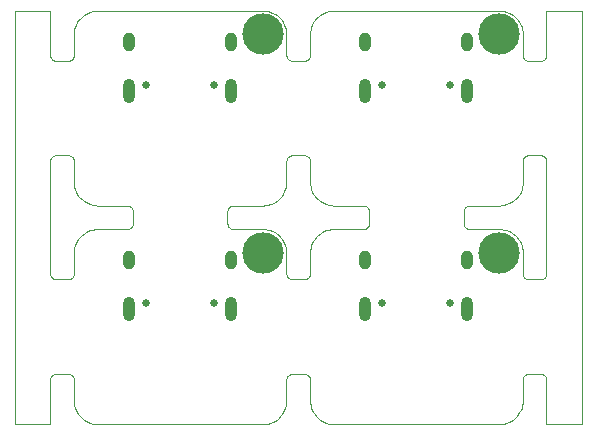
<source format=gbr>
G04 #@! TF.GenerationSoftware,KiCad,Pcbnew,5.1.5+dfsg1-2build2*
G04 #@! TF.CreationDate,2021-03-06T11:28:30+01:00*
G04 #@! TF.ProjectId,sDB_panel,7344425f-7061-46e6-956c-2e6b69636164,rev?*
G04 #@! TF.SameCoordinates,Original*
G04 #@! TF.FileFunction,Soldermask,Bot*
G04 #@! TF.FilePolarity,Negative*
%FSLAX46Y46*%
G04 Gerber Fmt 4.6, Leading zero omitted, Abs format (unit mm)*
G04 Created by KiCad (PCBNEW 5.1.5+dfsg1-2build2) date 2021-03-06 11:28:30*
%MOMM*%
%LPD*%
G04 APERTURE LIST*
G04 #@! TA.AperFunction,Profile*
%ADD10C,0.100000*%
G04 #@! TD*
%ADD11O,1.000000X1.600000*%
%ADD12C,0.650000*%
%ADD13O,1.000000X2.100000*%
%ADD14C,3.500000*%
G04 APERTURE END LIST*
D10*
X47999000Y-72258800D02*
X47999000Y-62741200D01*
X48001400Y-72307000D02*
X47999000Y-72258800D01*
X48008400Y-72354600D02*
X48001400Y-72307000D01*
X48020100Y-72401200D02*
X48008400Y-72354600D01*
X48036300Y-72446500D02*
X48020100Y-72401200D01*
X48056900Y-72490000D02*
X48036300Y-72446500D01*
X48081600Y-72531200D02*
X48056900Y-72490000D01*
X48110200Y-72569900D02*
X48081600Y-72531200D01*
X48142500Y-72605500D02*
X48110200Y-72569900D01*
X48178200Y-72637800D02*
X48142500Y-72605500D01*
X48216800Y-72666400D02*
X48178200Y-72637800D01*
X48258000Y-72691100D02*
X48216800Y-72666400D01*
X48301500Y-72711700D02*
X48258000Y-72691100D01*
X48346800Y-72727900D02*
X48301500Y-72711700D01*
X48393400Y-72739600D02*
X48346800Y-72727900D01*
X48441000Y-72746600D02*
X48393400Y-72739600D01*
X48489200Y-72749000D02*
X48441000Y-72746600D01*
X49508800Y-72749000D02*
X48489200Y-72749000D01*
X49557000Y-72746600D02*
X49508800Y-72749000D01*
X49604600Y-72739600D02*
X49557000Y-72746600D01*
X49651200Y-72727900D02*
X49604600Y-72739600D01*
X49696500Y-72711700D02*
X49651200Y-72727900D01*
X49740000Y-72691100D02*
X49696500Y-72711700D01*
X49781200Y-72666400D02*
X49740000Y-72691100D01*
X49819800Y-72637800D02*
X49781200Y-72666400D01*
X49855500Y-72605500D02*
X49819800Y-72637800D01*
X49887800Y-72569900D02*
X49855500Y-72605500D01*
X49916400Y-72531200D02*
X49887800Y-72569900D01*
X49941100Y-72490000D02*
X49916400Y-72531200D01*
X49961700Y-72446500D02*
X49941100Y-72490000D01*
X49977900Y-72401200D02*
X49961700Y-72446500D01*
X49989600Y-72354600D02*
X49977900Y-72401200D01*
X49996600Y-72307000D02*
X49989600Y-72354600D01*
X49999000Y-72258800D02*
X49996600Y-72307000D01*
X49999000Y-70499800D02*
X49999000Y-72258800D01*
X50010100Y-70291100D02*
X49999000Y-70499800D01*
X50041700Y-70090500D02*
X50010100Y-70291100D01*
X50097000Y-69881900D02*
X50041700Y-70090500D01*
X50175000Y-69680300D02*
X50097000Y-69881900D01*
X50267100Y-69499800D02*
X50175000Y-69680300D01*
X50377500Y-69329400D02*
X50267100Y-69499800D01*
X50513300Y-69161000D02*
X50377500Y-69329400D01*
X50661000Y-69013300D02*
X50513300Y-69161000D01*
X50818700Y-68885300D02*
X50661000Y-69013300D01*
X50999800Y-68767100D02*
X50818700Y-68885300D01*
X51186000Y-68672300D02*
X50999800Y-68767100D01*
X51375500Y-68599300D02*
X51186000Y-68672300D01*
X51590500Y-68541700D02*
X51375500Y-68599300D01*
X51791100Y-68510100D02*
X51590500Y-68541700D01*
X52000100Y-68499000D02*
X51791100Y-68510100D01*
X54508800Y-68499000D02*
X52000100Y-68499000D01*
X54557000Y-68496600D02*
X54508800Y-68499000D01*
X54604600Y-68489600D02*
X54557000Y-68496600D01*
X54651200Y-68477900D02*
X54604600Y-68489600D01*
X54696500Y-68461700D02*
X54651200Y-68477900D01*
X54740000Y-68441100D02*
X54696500Y-68461700D01*
X54781200Y-68416400D02*
X54740000Y-68441100D01*
X54819800Y-68387800D02*
X54781200Y-68416400D01*
X54855500Y-68355500D02*
X54819800Y-68387800D01*
X54887800Y-68319800D02*
X54855500Y-68355500D01*
X54916400Y-68281200D02*
X54887800Y-68319800D01*
X54941100Y-68240000D02*
X54916400Y-68281200D01*
X54961700Y-68196500D02*
X54941100Y-68240000D01*
X54977900Y-68151200D02*
X54961700Y-68196500D01*
X54989600Y-68104600D02*
X54977900Y-68151200D01*
X54996600Y-68057000D02*
X54989600Y-68104600D01*
X54999000Y-68008800D02*
X54996600Y-68057000D01*
X54999000Y-66991200D02*
X54999000Y-68008800D01*
X54996600Y-66943000D02*
X54999000Y-66991200D01*
X54989600Y-66895400D02*
X54996600Y-66943000D01*
X54977900Y-66848800D02*
X54989600Y-66895400D01*
X54961700Y-66803500D02*
X54977900Y-66848800D01*
X54941100Y-66760000D02*
X54961700Y-66803500D01*
X54916400Y-66718800D02*
X54941100Y-66760000D01*
X54887800Y-66680200D02*
X54916400Y-66718800D01*
X54855500Y-66644500D02*
X54887800Y-66680200D01*
X54819800Y-66612200D02*
X54855500Y-66644500D01*
X54781200Y-66583600D02*
X54819800Y-66612200D01*
X54740000Y-66558900D02*
X54781200Y-66583600D01*
X54696500Y-66538300D02*
X54740000Y-66558900D01*
X54651200Y-66522100D02*
X54696500Y-66538300D01*
X54604600Y-66510400D02*
X54651200Y-66522100D01*
X54557000Y-66503400D02*
X54604600Y-66510400D01*
X54508800Y-66501000D02*
X54557000Y-66503400D01*
X52003200Y-66501000D02*
X54508800Y-66501000D01*
X51797200Y-66490400D02*
X52003200Y-66501000D01*
X51584200Y-66457200D02*
X51797200Y-66490400D01*
X51381900Y-66403000D02*
X51584200Y-66457200D01*
X51186400Y-66327900D02*
X51381900Y-66403000D01*
X50999300Y-66232600D02*
X51186400Y-66327900D01*
X50824100Y-66118800D02*
X50999300Y-66232600D01*
X50661400Y-65987100D02*
X50824100Y-66118800D01*
X50513300Y-65839000D02*
X50661400Y-65987100D01*
X50385300Y-65681300D02*
X50513300Y-65839000D01*
X50264100Y-65494600D02*
X50385300Y-65681300D01*
X50172000Y-65313500D02*
X50264100Y-65494600D01*
X50095300Y-65112200D02*
X50172000Y-65313500D01*
X50042900Y-64916200D02*
X50095300Y-65112200D01*
X50011000Y-64715700D02*
X50042900Y-64916200D01*
X49999200Y-64503200D02*
X50011000Y-64715700D01*
X49999000Y-62741200D02*
X49999200Y-64503200D01*
X49996600Y-62693000D02*
X49999000Y-62741200D01*
X49989600Y-62645400D02*
X49996600Y-62693000D01*
X49977900Y-62598800D02*
X49989600Y-62645400D01*
X49961700Y-62553500D02*
X49977900Y-62598800D01*
X49941100Y-62510000D02*
X49961700Y-62553500D01*
X49916400Y-62468800D02*
X49941100Y-62510000D01*
X49887800Y-62430200D02*
X49916400Y-62468800D01*
X49855500Y-62394500D02*
X49887800Y-62430200D01*
X49819800Y-62362200D02*
X49855500Y-62394500D01*
X49781200Y-62333600D02*
X49819800Y-62362200D01*
X49740000Y-62308900D02*
X49781200Y-62333600D01*
X49696500Y-62288300D02*
X49740000Y-62308900D01*
X49651200Y-62272100D02*
X49696500Y-62288300D01*
X49604600Y-62260400D02*
X49651200Y-62272100D01*
X49557000Y-62253400D02*
X49604600Y-62260400D01*
X49508800Y-62251000D02*
X49557000Y-62253400D01*
X48489200Y-62251000D02*
X49508800Y-62251000D01*
X48441000Y-62253400D02*
X48489200Y-62251000D01*
X48393400Y-62260400D02*
X48441000Y-62253400D01*
X48346800Y-62272100D02*
X48393400Y-62260400D01*
X48301500Y-62288300D02*
X48346800Y-62272100D01*
X48258000Y-62308900D02*
X48301500Y-62288300D01*
X48216800Y-62333600D02*
X48258000Y-62308900D01*
X48178200Y-62362200D02*
X48216800Y-62333600D01*
X48142500Y-62394500D02*
X48178200Y-62362200D01*
X48110200Y-62430200D02*
X48142500Y-62394500D01*
X48081600Y-62468800D02*
X48110200Y-62430200D01*
X48056900Y-62510000D02*
X48081600Y-62468800D01*
X48036300Y-62553500D02*
X48056900Y-62510000D01*
X48020100Y-62598800D02*
X48036300Y-62553500D01*
X48008400Y-62645400D02*
X48020100Y-62598800D01*
X48001400Y-62693000D02*
X48008400Y-62645400D01*
X47999000Y-62741200D02*
X48001400Y-62693000D01*
X65996700Y-68499000D02*
X63491200Y-68499000D01*
X66208900Y-68510100D02*
X65996700Y-68499000D01*
X66416300Y-68543000D02*
X66208900Y-68510100D01*
X66624500Y-68599300D02*
X66416300Y-68543000D01*
X66813600Y-68672100D02*
X66624500Y-68599300D01*
X66994600Y-68764100D02*
X66813600Y-68672100D01*
X67175900Y-68881200D02*
X66994600Y-68764100D01*
X67338600Y-69013000D02*
X67175900Y-68881200D01*
X67482400Y-69156400D02*
X67338600Y-69013000D01*
X67622400Y-69329400D02*
X67482400Y-69156400D01*
X67732900Y-69499800D02*
X67622400Y-69329400D01*
X67827700Y-69686000D02*
X67732900Y-69499800D01*
X67902800Y-69881500D02*
X67827700Y-69686000D01*
X67955600Y-70077800D02*
X67902800Y-69881500D01*
X67989800Y-70290600D02*
X67955600Y-70077800D01*
X68001000Y-70500100D02*
X67989800Y-70290600D01*
X68001000Y-72258800D02*
X68001000Y-70500100D01*
X68003400Y-72307000D02*
X68001000Y-72258800D01*
X68010400Y-72354600D02*
X68003400Y-72307000D01*
X68022100Y-72401200D02*
X68010400Y-72354600D01*
X68038300Y-72446500D02*
X68022100Y-72401200D01*
X68058900Y-72490000D02*
X68038300Y-72446500D01*
X68083600Y-72531200D02*
X68058900Y-72490000D01*
X68112200Y-72569900D02*
X68083600Y-72531200D01*
X68144500Y-72605500D02*
X68112200Y-72569900D01*
X68180200Y-72637800D02*
X68144500Y-72605500D01*
X68218800Y-72666400D02*
X68180200Y-72637800D01*
X68260000Y-72691100D02*
X68218800Y-72666400D01*
X68303500Y-72711700D02*
X68260000Y-72691100D01*
X68348800Y-72727900D02*
X68303500Y-72711700D01*
X68395400Y-72739600D02*
X68348800Y-72727900D01*
X68443000Y-72746600D02*
X68395400Y-72739600D01*
X68491200Y-72749000D02*
X68443000Y-72746600D01*
X69508800Y-72749000D02*
X68491200Y-72749000D01*
X69557000Y-72746600D02*
X69508800Y-72749000D01*
X69604600Y-72739600D02*
X69557000Y-72746600D01*
X69651200Y-72727900D02*
X69604600Y-72739600D01*
X69696500Y-72711700D02*
X69651200Y-72727900D01*
X69740000Y-72691100D02*
X69696500Y-72711700D01*
X69781200Y-72666400D02*
X69740000Y-72691100D01*
X69819900Y-72637800D02*
X69781200Y-72666400D01*
X69855500Y-72605500D02*
X69819900Y-72637800D01*
X69887800Y-72569900D02*
X69855500Y-72605500D01*
X69916400Y-72531200D02*
X69887800Y-72569900D01*
X69941100Y-72490000D02*
X69916400Y-72531200D01*
X69961700Y-72446500D02*
X69941100Y-72490000D01*
X69977900Y-72401200D02*
X69961700Y-72446500D01*
X69989600Y-72354600D02*
X69977900Y-72401200D01*
X69996600Y-72307000D02*
X69989600Y-72354600D01*
X69999000Y-72258800D02*
X69996600Y-72307000D01*
X69999100Y-70499800D02*
X69999000Y-72258800D01*
X70010100Y-70291100D02*
X69999100Y-70499800D01*
X70041700Y-70090500D02*
X70010100Y-70291100D01*
X70097000Y-69881900D02*
X70041700Y-70090500D01*
X70175000Y-69680300D02*
X70097000Y-69881900D01*
X70267100Y-69499800D02*
X70175000Y-69680300D01*
X70377600Y-69329400D02*
X70267100Y-69499800D01*
X70513300Y-69161000D02*
X70377600Y-69329400D01*
X70661000Y-69013300D02*
X70513300Y-69161000D01*
X70818700Y-68885300D02*
X70661000Y-69013300D01*
X70999800Y-68767100D02*
X70818700Y-68885300D01*
X71186000Y-68672300D02*
X70999800Y-68767100D01*
X71375500Y-68599300D02*
X71186000Y-68672300D01*
X71590500Y-68541700D02*
X71375500Y-68599300D01*
X71791200Y-68510100D02*
X71590500Y-68541700D01*
X72000100Y-68499000D02*
X71791200Y-68510100D01*
X74508800Y-68499000D02*
X72000100Y-68499000D01*
X74557000Y-68496600D02*
X74508800Y-68499000D01*
X74604600Y-68489600D02*
X74557000Y-68496600D01*
X74651200Y-68477900D02*
X74604600Y-68489600D01*
X74696500Y-68461700D02*
X74651200Y-68477900D01*
X74740000Y-68441100D02*
X74696500Y-68461700D01*
X74781200Y-68416400D02*
X74740000Y-68441100D01*
X74819900Y-68387800D02*
X74781200Y-68416400D01*
X74855500Y-68355500D02*
X74819900Y-68387800D01*
X74887800Y-68319800D02*
X74855500Y-68355500D01*
X74916400Y-68281200D02*
X74887800Y-68319800D01*
X74941100Y-68240000D02*
X74916400Y-68281200D01*
X74961700Y-68196500D02*
X74941100Y-68240000D01*
X74977900Y-68151200D02*
X74961700Y-68196500D01*
X74989600Y-68104600D02*
X74977900Y-68151200D01*
X74996600Y-68057000D02*
X74989600Y-68104600D01*
X74999000Y-68008800D02*
X74996600Y-68057000D01*
X74999000Y-66991200D02*
X74999000Y-68008800D01*
X74996600Y-66943000D02*
X74999000Y-66991200D01*
X74989600Y-66895400D02*
X74996600Y-66943000D01*
X74977900Y-66848800D02*
X74989600Y-66895400D01*
X74961700Y-66803500D02*
X74977900Y-66848800D01*
X74941100Y-66760000D02*
X74961700Y-66803500D01*
X74916400Y-66718800D02*
X74941100Y-66760000D01*
X74887800Y-66680200D02*
X74916400Y-66718800D01*
X74855500Y-66644500D02*
X74887800Y-66680200D01*
X74819900Y-66612200D02*
X74855500Y-66644500D01*
X74781200Y-66583600D02*
X74819900Y-66612200D01*
X74740000Y-66558900D02*
X74781200Y-66583600D01*
X74696500Y-66538300D02*
X74740000Y-66558900D01*
X74651200Y-66522100D02*
X74696500Y-66538300D01*
X74604600Y-66510400D02*
X74651200Y-66522100D01*
X74557000Y-66503400D02*
X74604600Y-66510400D01*
X74508800Y-66501000D02*
X74557000Y-66503400D01*
X72003200Y-66501000D02*
X74508800Y-66501000D01*
X71791100Y-66489900D02*
X72003200Y-66501000D01*
X71583700Y-66457000D02*
X71791100Y-66489900D01*
X71375500Y-66400700D02*
X71583700Y-66457000D01*
X71186400Y-66327900D02*
X71375500Y-66400700D01*
X71005400Y-66235900D02*
X71186400Y-66327900D01*
X70824100Y-66118800D02*
X71005400Y-66235900D01*
X70661400Y-65987100D02*
X70824100Y-66118800D01*
X70517700Y-65843600D02*
X70661400Y-65987100D01*
X70377600Y-65670600D02*
X70517700Y-65843600D01*
X70267100Y-65500200D02*
X70377600Y-65670600D01*
X70172300Y-65314000D02*
X70267100Y-65500200D01*
X70097200Y-65118500D02*
X70172300Y-65314000D01*
X70044400Y-64922200D02*
X70097200Y-65118500D01*
X70010200Y-64709400D02*
X70044400Y-64922200D01*
X69999000Y-64499900D02*
X70010200Y-64709400D01*
X69999000Y-62741200D02*
X69999000Y-64499900D01*
X69996600Y-62693000D02*
X69999000Y-62741200D01*
X69989600Y-62645400D02*
X69996600Y-62693000D01*
X69977900Y-62598800D02*
X69989600Y-62645400D01*
X69961700Y-62553500D02*
X69977900Y-62598800D01*
X69941100Y-62510000D02*
X69961700Y-62553500D01*
X69916400Y-62468800D02*
X69941100Y-62510000D01*
X69887800Y-62430200D02*
X69916400Y-62468800D01*
X69855500Y-62394500D02*
X69887800Y-62430200D01*
X69819800Y-62362200D02*
X69855500Y-62394500D01*
X69781200Y-62333600D02*
X69819800Y-62362200D01*
X69740000Y-62308900D02*
X69781200Y-62333600D01*
X69696500Y-62288300D02*
X69740000Y-62308900D01*
X69651200Y-62272100D02*
X69696500Y-62288300D01*
X69604600Y-62260400D02*
X69651200Y-62272100D01*
X69557000Y-62253400D02*
X69604600Y-62260400D01*
X69508800Y-62251000D02*
X69557000Y-62253400D01*
X68491200Y-62251000D02*
X69508800Y-62251000D01*
X68443000Y-62253400D02*
X68491200Y-62251000D01*
X68395400Y-62260400D02*
X68443000Y-62253400D01*
X68348800Y-62272100D02*
X68395400Y-62260400D01*
X68303500Y-62288300D02*
X68348800Y-62272100D01*
X68260000Y-62308900D02*
X68303500Y-62288300D01*
X68218800Y-62333600D02*
X68260000Y-62308900D01*
X68180200Y-62362200D02*
X68218800Y-62333600D01*
X68144500Y-62394500D02*
X68180200Y-62362200D01*
X68112200Y-62430200D02*
X68144500Y-62394500D01*
X68083600Y-62468800D02*
X68112200Y-62430200D01*
X68058900Y-62510000D02*
X68083600Y-62468800D01*
X68038300Y-62553500D02*
X68058900Y-62510000D01*
X68022100Y-62598800D02*
X68038300Y-62553500D01*
X68010400Y-62645400D02*
X68022100Y-62598800D01*
X68003400Y-62693000D02*
X68010400Y-62645400D01*
X68001000Y-62741200D02*
X68003400Y-62693000D01*
X68001000Y-64496800D02*
X68001000Y-62741200D01*
X67989800Y-64709400D02*
X68001000Y-64496800D01*
X67955600Y-64922400D02*
X67989800Y-64709400D01*
X67903000Y-65118100D02*
X67955600Y-64922400D01*
X67830400Y-65307700D02*
X67903000Y-65118100D01*
X67732900Y-65500200D02*
X67830400Y-65307700D01*
X67614700Y-65681300D02*
X67732900Y-65500200D01*
X67486700Y-65839000D02*
X67614700Y-65681300D01*
X67339000Y-65986700D02*
X67486700Y-65839000D01*
X67176200Y-66118600D02*
X67339000Y-65986700D01*
X67006100Y-66229300D02*
X67176200Y-66118600D01*
X66807700Y-66330400D02*
X67006100Y-66229300D01*
X66618000Y-66403000D02*
X66807700Y-66330400D01*
X66415700Y-66457200D02*
X66618000Y-66403000D01*
X66209400Y-66489800D02*
X66415700Y-66457200D01*
X65999900Y-66501000D02*
X66209400Y-66489800D01*
X63491200Y-66501000D02*
X65999900Y-66501000D01*
X63443000Y-66503400D02*
X63491200Y-66501000D01*
X63395400Y-66510400D02*
X63443000Y-66503400D01*
X63348800Y-66522100D02*
X63395400Y-66510400D01*
X63303500Y-66538300D02*
X63348800Y-66522100D01*
X63260000Y-66558900D02*
X63303500Y-66538300D01*
X63218800Y-66583600D02*
X63260000Y-66558900D01*
X63180200Y-66612200D02*
X63218800Y-66583600D01*
X63144500Y-66644500D02*
X63180200Y-66612200D01*
X63112200Y-66680200D02*
X63144500Y-66644500D01*
X63083600Y-66718800D02*
X63112200Y-66680200D01*
X63058900Y-66760000D02*
X63083600Y-66718800D01*
X63038300Y-66803500D02*
X63058900Y-66760000D01*
X63022100Y-66848800D02*
X63038300Y-66803500D01*
X63010400Y-66895400D02*
X63022100Y-66848800D01*
X63003400Y-66943000D02*
X63010400Y-66895400D01*
X63001000Y-66991200D02*
X63003400Y-66943000D01*
X63001000Y-68008800D02*
X63001000Y-66991200D01*
X63003400Y-68057000D02*
X63001000Y-68008800D01*
X63010400Y-68104600D02*
X63003400Y-68057000D01*
X63022100Y-68151200D02*
X63010400Y-68104600D01*
X63038300Y-68196500D02*
X63022100Y-68151200D01*
X63058900Y-68240000D02*
X63038300Y-68196500D01*
X63083600Y-68281200D02*
X63058900Y-68240000D01*
X63112200Y-68319900D02*
X63083600Y-68281200D01*
X63144500Y-68355500D02*
X63112200Y-68319900D01*
X63180200Y-68387800D02*
X63144500Y-68355500D01*
X63218800Y-68416400D02*
X63180200Y-68387800D01*
X63260000Y-68441100D02*
X63218800Y-68416400D01*
X63303500Y-68461700D02*
X63260000Y-68441100D01*
X63348800Y-68477900D02*
X63303500Y-68461700D01*
X63395400Y-68489600D02*
X63348800Y-68477900D01*
X63443000Y-68496600D02*
X63395400Y-68489600D01*
X63491200Y-68499000D02*
X63443000Y-68496600D01*
X90000000Y-62741200D02*
X90000000Y-72258800D01*
X89997600Y-62693000D02*
X90000000Y-62741200D01*
X89990600Y-62645400D02*
X89997600Y-62693000D01*
X89978900Y-62598800D02*
X89990600Y-62645400D01*
X89962700Y-62553500D02*
X89978900Y-62598800D01*
X89942100Y-62510000D02*
X89962700Y-62553500D01*
X89917400Y-62468800D02*
X89942100Y-62510000D01*
X89888800Y-62430200D02*
X89917400Y-62468800D01*
X89856500Y-62394500D02*
X89888800Y-62430200D01*
X89820900Y-62362200D02*
X89856500Y-62394500D01*
X89782200Y-62333600D02*
X89820900Y-62362200D01*
X89741000Y-62308900D02*
X89782200Y-62333600D01*
X89697500Y-62288300D02*
X89741000Y-62308900D01*
X89652300Y-62272100D02*
X89697500Y-62288300D01*
X89605600Y-62260400D02*
X89652300Y-62272100D01*
X89558000Y-62253400D02*
X89605600Y-62260400D01*
X89509800Y-62251000D02*
X89558000Y-62253400D01*
X88491300Y-62251000D02*
X89509800Y-62251000D01*
X88443000Y-62253400D02*
X88491300Y-62251000D01*
X88395400Y-62260400D02*
X88443000Y-62253400D01*
X88348800Y-62272100D02*
X88395400Y-62260400D01*
X88303500Y-62288300D02*
X88348800Y-62272100D01*
X88260000Y-62308900D02*
X88303500Y-62288300D01*
X88218800Y-62333600D02*
X88260000Y-62308900D01*
X88180200Y-62362200D02*
X88218800Y-62333600D01*
X88144500Y-62394500D02*
X88180200Y-62362200D01*
X88112200Y-62430200D02*
X88144500Y-62394500D01*
X88083600Y-62468800D02*
X88112200Y-62430200D01*
X88058900Y-62510000D02*
X88083600Y-62468800D01*
X88038300Y-62553500D02*
X88058900Y-62510000D01*
X88022100Y-62598800D02*
X88038300Y-62553500D01*
X88010400Y-62645400D02*
X88022100Y-62598800D01*
X88003400Y-62693000D02*
X88010400Y-62645400D01*
X88001000Y-62741200D02*
X88003400Y-62693000D01*
X88001000Y-64500200D02*
X88001000Y-62741200D01*
X87989900Y-64708900D02*
X88001000Y-64500200D01*
X87958300Y-64909500D02*
X87989900Y-64708900D01*
X87903000Y-65118100D02*
X87958300Y-64909500D01*
X87825000Y-65319800D02*
X87903000Y-65118100D01*
X87732900Y-65500200D02*
X87825000Y-65319800D01*
X87622500Y-65670600D02*
X87732900Y-65500200D01*
X87486700Y-65839000D02*
X87622500Y-65670600D01*
X87339000Y-65986700D02*
X87486700Y-65839000D01*
X87181300Y-66114700D02*
X87339000Y-65986700D01*
X87000200Y-66232900D02*
X87181300Y-66114700D01*
X86814000Y-66327700D02*
X87000200Y-66232900D01*
X86624500Y-66400700D02*
X86814000Y-66327700D01*
X86409500Y-66458300D02*
X86624500Y-66400700D01*
X86208900Y-66489900D02*
X86409500Y-66458300D01*
X85999900Y-66501000D02*
X86208900Y-66489900D01*
X83491300Y-66501000D02*
X85999900Y-66501000D01*
X83443000Y-66503400D02*
X83491300Y-66501000D01*
X83395400Y-66510400D02*
X83443000Y-66503400D01*
X83348800Y-66522100D02*
X83395400Y-66510400D01*
X83303500Y-66538300D02*
X83348800Y-66522100D01*
X83260000Y-66558900D02*
X83303500Y-66538300D01*
X83218800Y-66583600D02*
X83260000Y-66558900D01*
X83180200Y-66612200D02*
X83218800Y-66583600D01*
X83144500Y-66644500D02*
X83180200Y-66612200D01*
X83112200Y-66680200D02*
X83144500Y-66644500D01*
X83083600Y-66718800D02*
X83112200Y-66680200D01*
X83058900Y-66760000D02*
X83083600Y-66718800D01*
X83038300Y-66803500D02*
X83058900Y-66760000D01*
X83022100Y-66848800D02*
X83038300Y-66803500D01*
X83010400Y-66895400D02*
X83022100Y-66848800D01*
X83003400Y-66943000D02*
X83010400Y-66895400D01*
X83001000Y-66991200D02*
X83003400Y-66943000D01*
X83001000Y-68008800D02*
X83001000Y-66991200D01*
X83003400Y-68057000D02*
X83001000Y-68008800D01*
X83010400Y-68104600D02*
X83003400Y-68057000D01*
X83022100Y-68151200D02*
X83010400Y-68104600D01*
X83038300Y-68196500D02*
X83022100Y-68151200D01*
X83058900Y-68240000D02*
X83038300Y-68196500D01*
X83083600Y-68281200D02*
X83058900Y-68240000D01*
X83112200Y-68319900D02*
X83083600Y-68281200D01*
X83144500Y-68355500D02*
X83112200Y-68319900D01*
X83180200Y-68387800D02*
X83144500Y-68355500D01*
X83218800Y-68416400D02*
X83180200Y-68387800D01*
X83260000Y-68441100D02*
X83218800Y-68416400D01*
X83303500Y-68461700D02*
X83260000Y-68441100D01*
X83348800Y-68477900D02*
X83303500Y-68461700D01*
X83395400Y-68489600D02*
X83348800Y-68477900D01*
X83443000Y-68496600D02*
X83395400Y-68489600D01*
X83491300Y-68499000D02*
X83443000Y-68496600D01*
X85996900Y-68499000D02*
X83491300Y-68499000D01*
X86202800Y-68509600D02*
X85996900Y-68499000D01*
X86415800Y-68542900D02*
X86202800Y-68509600D01*
X86618100Y-68597000D02*
X86415800Y-68542900D01*
X86813600Y-68672100D02*
X86618100Y-68597000D01*
X87000700Y-68767400D02*
X86813600Y-68672100D01*
X87175900Y-68881200D02*
X87000700Y-68767400D01*
X87338600Y-69013000D02*
X87175900Y-68881200D01*
X87486800Y-69161000D02*
X87338600Y-69013000D01*
X87614700Y-69318700D02*
X87486800Y-69161000D01*
X87735900Y-69505400D02*
X87614700Y-69318700D01*
X87828000Y-69686500D02*
X87735900Y-69505400D01*
X87904700Y-69887800D02*
X87828000Y-69686500D01*
X87957100Y-70083800D02*
X87904700Y-69887800D01*
X87989000Y-70284300D02*
X87957100Y-70083800D01*
X88000800Y-70496800D02*
X87989000Y-70284300D01*
X88001000Y-72258800D02*
X88000800Y-70496800D01*
X88003400Y-72307000D02*
X88001000Y-72258800D01*
X88010400Y-72354600D02*
X88003400Y-72307000D01*
X88022100Y-72401200D02*
X88010400Y-72354600D01*
X88038300Y-72446500D02*
X88022100Y-72401200D01*
X88058900Y-72490000D02*
X88038300Y-72446500D01*
X88083600Y-72531200D02*
X88058900Y-72490000D01*
X88112200Y-72569900D02*
X88083600Y-72531200D01*
X88144500Y-72605500D02*
X88112200Y-72569900D01*
X88180200Y-72637800D02*
X88144500Y-72605500D01*
X88218800Y-72666400D02*
X88180200Y-72637800D01*
X88260000Y-72691100D02*
X88218800Y-72666400D01*
X88303500Y-72711700D02*
X88260000Y-72691100D01*
X88348800Y-72727900D02*
X88303500Y-72711700D01*
X88395400Y-72739600D02*
X88348800Y-72727900D01*
X88443000Y-72746600D02*
X88395400Y-72739600D01*
X88491200Y-72749000D02*
X88443000Y-72746600D01*
X89509800Y-72749000D02*
X88491200Y-72749000D01*
X89558000Y-72746600D02*
X89509800Y-72749000D01*
X89605600Y-72739600D02*
X89558000Y-72746600D01*
X89652300Y-72727900D02*
X89605600Y-72739600D01*
X89697500Y-72711700D02*
X89652300Y-72727900D01*
X89741000Y-72691100D02*
X89697500Y-72711700D01*
X89782200Y-72666400D02*
X89741000Y-72691100D01*
X89820900Y-72637800D02*
X89782200Y-72666400D01*
X89856500Y-72605500D02*
X89820900Y-72637800D01*
X89888800Y-72569900D02*
X89856500Y-72605500D01*
X89917400Y-72531200D02*
X89888800Y-72569900D01*
X89942100Y-72490000D02*
X89917400Y-72531200D01*
X89962700Y-72446500D02*
X89942100Y-72490000D01*
X89978900Y-72401200D02*
X89962700Y-72446500D01*
X89990600Y-72354600D02*
X89978900Y-72401200D01*
X89997600Y-72307000D02*
X89990600Y-72354600D01*
X90000000Y-72258800D02*
X89997600Y-72307000D01*
X47986700Y-49999000D02*
X45009600Y-49999100D01*
X47992300Y-49999700D02*
X47986700Y-49999000D01*
X47996900Y-50003100D02*
X47992300Y-49999700D01*
X47999000Y-50011300D02*
X47996900Y-50003100D01*
X47999000Y-53758800D02*
X47999000Y-50011300D01*
X48001400Y-53807000D02*
X47999000Y-53758800D01*
X48008400Y-53854600D02*
X48001400Y-53807000D01*
X48020100Y-53901200D02*
X48008400Y-53854600D01*
X48036300Y-53946500D02*
X48020100Y-53901200D01*
X48056900Y-53990000D02*
X48036300Y-53946500D01*
X48081600Y-54031200D02*
X48056900Y-53990000D01*
X48110200Y-54069800D02*
X48081600Y-54031200D01*
X48142500Y-54105500D02*
X48110200Y-54069800D01*
X48178200Y-54137800D02*
X48142500Y-54105500D01*
X48216800Y-54166400D02*
X48178200Y-54137800D01*
X48258000Y-54191100D02*
X48216800Y-54166400D01*
X48301500Y-54211700D02*
X48258000Y-54191100D01*
X48346800Y-54227900D02*
X48301500Y-54211700D01*
X48393400Y-54239600D02*
X48346800Y-54227900D01*
X48441000Y-54246600D02*
X48393400Y-54239600D01*
X48489200Y-54249000D02*
X48441000Y-54246600D01*
X49508800Y-54249000D02*
X48489200Y-54249000D01*
X49557000Y-54246600D02*
X49508800Y-54249000D01*
X49604600Y-54239600D02*
X49557000Y-54246600D01*
X49651200Y-54227900D02*
X49604600Y-54239600D01*
X49696500Y-54211700D02*
X49651200Y-54227900D01*
X49740000Y-54191100D02*
X49696500Y-54211700D01*
X49781200Y-54166400D02*
X49740000Y-54191100D01*
X49819800Y-54137800D02*
X49781200Y-54166400D01*
X49855500Y-54105500D02*
X49819800Y-54137800D01*
X49887800Y-54069800D02*
X49855500Y-54105500D01*
X49916400Y-54031200D02*
X49887800Y-54069800D01*
X49941100Y-53990000D02*
X49916400Y-54031200D01*
X49961700Y-53946500D02*
X49941100Y-53990000D01*
X49977900Y-53901200D02*
X49961700Y-53946500D01*
X49989600Y-53854600D02*
X49977900Y-53901200D01*
X49996600Y-53807000D02*
X49989600Y-53854600D01*
X49999000Y-53758800D02*
X49996600Y-53807000D01*
X49999000Y-52003200D02*
X49999000Y-53758800D01*
X50010100Y-51791100D02*
X49999000Y-52003200D01*
X50042900Y-51584200D02*
X50010100Y-51791100D01*
X50095200Y-51388100D02*
X50042900Y-51584200D01*
X50172300Y-51185900D02*
X50095200Y-51388100D01*
X50270700Y-50994000D02*
X50172300Y-51185900D01*
X50381200Y-50824100D02*
X50270700Y-50994000D01*
X50508800Y-50666200D02*
X50381200Y-50824100D01*
X50661000Y-50513300D02*
X50508800Y-50666200D01*
X50824200Y-50381100D02*
X50661000Y-50513300D01*
X51005400Y-50264100D02*
X50824200Y-50381100D01*
X51186000Y-50172300D02*
X51005400Y-50264100D01*
X51375500Y-50099300D02*
X51186000Y-50172300D01*
X51583800Y-50042900D02*
X51375500Y-50099300D01*
X51791100Y-50010100D02*
X51583800Y-50042900D01*
X52003300Y-49999000D02*
X51791100Y-50010100D01*
X65996700Y-49999000D02*
X52003300Y-49999000D01*
X66209400Y-50010200D02*
X65996700Y-49999000D01*
X66422200Y-50044400D02*
X66209400Y-50010200D01*
X66618600Y-50097200D02*
X66422200Y-50044400D01*
X66814100Y-50172300D02*
X66618600Y-50097200D01*
X67000700Y-50267400D02*
X66814100Y-50172300D01*
X67181300Y-50385300D02*
X67000700Y-50267400D01*
X67343600Y-50517600D02*
X67181300Y-50385300D01*
X67486700Y-50661000D02*
X67343600Y-50517600D01*
X67614700Y-50818700D02*
X67486700Y-50661000D01*
X67732600Y-50999400D02*
X67614700Y-50818700D01*
X67825100Y-51180500D02*
X67732600Y-50999400D01*
X67904800Y-51388000D02*
X67825100Y-51180500D01*
X67957200Y-51584300D02*
X67904800Y-51388000D01*
X67990400Y-51797200D02*
X67957200Y-51584300D01*
X68001000Y-52003100D02*
X67990400Y-51797200D01*
X68001000Y-53758800D02*
X68001000Y-52003100D01*
X68003400Y-53807000D02*
X68001000Y-53758800D01*
X68010400Y-53854600D02*
X68003400Y-53807000D01*
X68022100Y-53901200D02*
X68010400Y-53854600D01*
X68038300Y-53946500D02*
X68022100Y-53901200D01*
X68058900Y-53990000D02*
X68038300Y-53946500D01*
X68083600Y-54031200D02*
X68058900Y-53990000D01*
X68112200Y-54069800D02*
X68083600Y-54031200D01*
X68144500Y-54105500D02*
X68112200Y-54069800D01*
X68180200Y-54137800D02*
X68144500Y-54105500D01*
X68218800Y-54166400D02*
X68180200Y-54137800D01*
X68260000Y-54191100D02*
X68218800Y-54166400D01*
X68303500Y-54211700D02*
X68260000Y-54191100D01*
X68348800Y-54227900D02*
X68303500Y-54211700D01*
X68395400Y-54239600D02*
X68348800Y-54227900D01*
X68443000Y-54246600D02*
X68395400Y-54239600D01*
X68491200Y-54249000D02*
X68443000Y-54246600D01*
X69508800Y-54249000D02*
X68491200Y-54249000D01*
X69557000Y-54246600D02*
X69508800Y-54249000D01*
X69604600Y-54239600D02*
X69557000Y-54246600D01*
X69651200Y-54227900D02*
X69604600Y-54239600D01*
X69696500Y-54211700D02*
X69651200Y-54227900D01*
X69740000Y-54191100D02*
X69696500Y-54211700D01*
X69781200Y-54166400D02*
X69740000Y-54191100D01*
X69819900Y-54137800D02*
X69781200Y-54166400D01*
X69855500Y-54105500D02*
X69819900Y-54137800D01*
X69887800Y-54069800D02*
X69855500Y-54105500D01*
X69916400Y-54031200D02*
X69887800Y-54069800D01*
X69941100Y-53990000D02*
X69916400Y-54031200D01*
X69961700Y-53946500D02*
X69941100Y-53990000D01*
X69977900Y-53901200D02*
X69961700Y-53946500D01*
X69989600Y-53854600D02*
X69977900Y-53901200D01*
X69996600Y-53807000D02*
X69989600Y-53854600D01*
X69999000Y-53758800D02*
X69996600Y-53807000D01*
X69999000Y-52003300D02*
X69999000Y-53758800D01*
X70010100Y-51791100D02*
X69999000Y-52003300D01*
X70044400Y-51577600D02*
X70010100Y-51791100D01*
X70097200Y-51381400D02*
X70044400Y-51577600D01*
X70172100Y-51186400D02*
X70097200Y-51381400D01*
X70267100Y-50999800D02*
X70172100Y-51186400D01*
X70381500Y-50823700D02*
X70267100Y-50999800D01*
X70513300Y-50661000D02*
X70381500Y-50823700D01*
X70666200Y-50508800D02*
X70513300Y-50661000D01*
X70829400Y-50377600D02*
X70666200Y-50508800D01*
X70999400Y-50267400D02*
X70829400Y-50377600D01*
X71180200Y-50175000D02*
X70999400Y-50267400D01*
X71381500Y-50097200D02*
X71180200Y-50175000D01*
X71583800Y-50042900D02*
X71381500Y-50097200D01*
X71791200Y-50010100D02*
X71583800Y-50042900D01*
X72003300Y-49999000D02*
X71791200Y-50010100D01*
X85996700Y-49999000D02*
X72003300Y-49999000D01*
X86209400Y-50010200D02*
X85996700Y-49999000D01*
X86422400Y-50044400D02*
X86209400Y-50010200D01*
X86618100Y-50097000D02*
X86422400Y-50044400D01*
X86807700Y-50169600D02*
X86618100Y-50097000D01*
X87000200Y-50267100D02*
X86807700Y-50169600D01*
X87175900Y-50381200D02*
X87000200Y-50267100D01*
X87339000Y-50513300D02*
X87175900Y-50381200D01*
X87491200Y-50666200D02*
X87339000Y-50513300D01*
X87618600Y-50823800D02*
X87491200Y-50666200D01*
X87729300Y-50993900D02*
X87618600Y-50823800D01*
X87827800Y-51186000D02*
X87729300Y-50993900D01*
X87902800Y-51381500D02*
X87827800Y-51186000D01*
X87955600Y-51577600D02*
X87902800Y-51381500D01*
X87989900Y-51791100D02*
X87955600Y-51577600D01*
X88001000Y-52003100D02*
X87989900Y-51791100D01*
X88001000Y-53758800D02*
X88001000Y-52003100D01*
X88003400Y-53807000D02*
X88001000Y-53758800D01*
X88010400Y-53854600D02*
X88003400Y-53807000D01*
X88022100Y-53901200D02*
X88010400Y-53854600D01*
X88038300Y-53946500D02*
X88022100Y-53901200D01*
X88058900Y-53990000D02*
X88038300Y-53946500D01*
X88083600Y-54031200D02*
X88058900Y-53990000D01*
X88112200Y-54069800D02*
X88083600Y-54031200D01*
X88144500Y-54105500D02*
X88112200Y-54069800D01*
X88180200Y-54137800D02*
X88144500Y-54105500D01*
X88218800Y-54166400D02*
X88180200Y-54137800D01*
X88260000Y-54191100D02*
X88218800Y-54166400D01*
X88303500Y-54211700D02*
X88260000Y-54191100D01*
X88348800Y-54227900D02*
X88303500Y-54211700D01*
X88395400Y-54239600D02*
X88348800Y-54227900D01*
X88443000Y-54246600D02*
X88395400Y-54239600D01*
X88491200Y-54249000D02*
X88443000Y-54246600D01*
X89509800Y-54249000D02*
X88491200Y-54249000D01*
X89558000Y-54246600D02*
X89509800Y-54249000D01*
X89605600Y-54239600D02*
X89558000Y-54246600D01*
X89652300Y-54227900D02*
X89605600Y-54239600D01*
X89697500Y-54211700D02*
X89652300Y-54227900D01*
X89741000Y-54191100D02*
X89697500Y-54211700D01*
X89782200Y-54166400D02*
X89741000Y-54191100D01*
X89820900Y-54137800D02*
X89782200Y-54166400D01*
X89856500Y-54105500D02*
X89820900Y-54137800D01*
X89888800Y-54069800D02*
X89856500Y-54105500D01*
X89917400Y-54031200D02*
X89888800Y-54069800D01*
X89942100Y-53990000D02*
X89917400Y-54031200D01*
X89962700Y-53946500D02*
X89942100Y-53990000D01*
X89978900Y-53901200D02*
X89962700Y-53946500D01*
X89990600Y-53854600D02*
X89978900Y-53901200D01*
X89997600Y-53807000D02*
X89990600Y-53854600D01*
X90000000Y-53758800D02*
X89997600Y-53807000D01*
X90000000Y-50011300D02*
X90000000Y-53758800D01*
X90002700Y-50002400D02*
X90000000Y-50011300D01*
X90006800Y-49999700D02*
X90002700Y-50002400D01*
X90012300Y-49999000D02*
X90006800Y-49999700D01*
X92988700Y-49999000D02*
X90012300Y-49999000D01*
X92996900Y-50001100D02*
X92988700Y-49999000D01*
X93000300Y-50005700D02*
X92996900Y-50001100D01*
X93001000Y-50011300D02*
X93000300Y-50005700D01*
X93001000Y-84988700D02*
X93001000Y-50011300D01*
X92998900Y-84996900D02*
X93001000Y-84988700D01*
X92994300Y-85000300D02*
X92998900Y-84996900D01*
X92988700Y-85001000D02*
X92994300Y-85000300D01*
X90012300Y-85001000D02*
X92988700Y-85001000D01*
X90006800Y-85000300D02*
X90012300Y-85001000D01*
X90002700Y-84997600D02*
X90006800Y-85000300D01*
X90000000Y-84988700D02*
X90002700Y-84997600D01*
X90000000Y-81241300D02*
X90000000Y-84988700D01*
X89997600Y-81193000D02*
X90000000Y-81241300D01*
X89990600Y-81145400D02*
X89997600Y-81193000D01*
X89978900Y-81098800D02*
X89990600Y-81145400D01*
X89962700Y-81053500D02*
X89978900Y-81098800D01*
X89942100Y-81010000D02*
X89962700Y-81053500D01*
X89917400Y-80968800D02*
X89942100Y-81010000D01*
X89888800Y-80930200D02*
X89917400Y-80968800D01*
X89856500Y-80894500D02*
X89888800Y-80930200D01*
X89820900Y-80862200D02*
X89856500Y-80894500D01*
X89782200Y-80833600D02*
X89820900Y-80862200D01*
X89741000Y-80808900D02*
X89782200Y-80833600D01*
X89697500Y-80788300D02*
X89741000Y-80808900D01*
X89652300Y-80772100D02*
X89697500Y-80788300D01*
X89605600Y-80760400D02*
X89652300Y-80772100D01*
X89558000Y-80753400D02*
X89605600Y-80760400D01*
X89509800Y-80751000D02*
X89558000Y-80753400D01*
X88491300Y-80751000D02*
X89509800Y-80751000D01*
X88443000Y-80753400D02*
X88491300Y-80751000D01*
X88395400Y-80760400D02*
X88443000Y-80753400D01*
X88348800Y-80772100D02*
X88395400Y-80760400D01*
X88303500Y-80788300D02*
X88348800Y-80772100D01*
X88260000Y-80808900D02*
X88303500Y-80788300D01*
X88218800Y-80833600D02*
X88260000Y-80808900D01*
X88180200Y-80862200D02*
X88218800Y-80833600D01*
X88144500Y-80894500D02*
X88180200Y-80862200D01*
X88112200Y-80930200D02*
X88144500Y-80894500D01*
X88083600Y-80968800D02*
X88112200Y-80930200D01*
X88058900Y-81010000D02*
X88083600Y-80968800D01*
X88038300Y-81053500D02*
X88058900Y-81010000D01*
X88022100Y-81098800D02*
X88038300Y-81053500D01*
X88010400Y-81145400D02*
X88022100Y-81098800D01*
X88003400Y-81193000D02*
X88010400Y-81145400D01*
X88001000Y-81241300D02*
X88003400Y-81193000D01*
X88001000Y-82996900D02*
X88001000Y-81241300D01*
X87989900Y-83208900D02*
X88001000Y-82996900D01*
X87957200Y-83415800D02*
X87989900Y-83208900D01*
X87904800Y-83612000D02*
X87957200Y-83415800D01*
X87827700Y-83814100D02*
X87904800Y-83612000D01*
X87729300Y-84006000D02*
X87827700Y-83814100D01*
X87618800Y-84175900D02*
X87729300Y-84006000D01*
X87491200Y-84333800D02*
X87618800Y-84175900D01*
X87339000Y-84486800D02*
X87491200Y-84333800D01*
X87176300Y-84618600D02*
X87339000Y-84486800D01*
X87000200Y-84732900D02*
X87176300Y-84618600D01*
X86807700Y-84830400D02*
X87000200Y-84732900D01*
X86618500Y-84902800D02*
X86807700Y-84830400D01*
X86422400Y-84955600D02*
X86618500Y-84902800D01*
X86209400Y-84989800D02*
X86422400Y-84955600D01*
X85996700Y-85001000D02*
X86209400Y-84989800D01*
X72003300Y-85001000D02*
X85996700Y-85001000D01*
X71791100Y-84989900D02*
X72003300Y-85001000D01*
X71583700Y-84957100D02*
X71791100Y-84989900D01*
X71381400Y-84902800D02*
X71583700Y-84957100D01*
X71180300Y-84825000D02*
X71381400Y-84902800D01*
X70994000Y-84729300D02*
X71180300Y-84825000D01*
X70824100Y-84618800D02*
X70994000Y-84729300D01*
X70666200Y-84491200D02*
X70824100Y-84618800D01*
X70513300Y-84339000D02*
X70666200Y-84491200D01*
X70381400Y-84176300D02*
X70513300Y-84339000D01*
X70267400Y-84000600D02*
X70381400Y-84176300D01*
X70172000Y-83813600D02*
X70267400Y-84000600D01*
X70097200Y-83618500D02*
X70172000Y-83813600D01*
X70044400Y-83422400D02*
X70097200Y-83618500D01*
X70010100Y-83208900D02*
X70044400Y-83422400D01*
X69999000Y-82996700D02*
X70010100Y-83208900D01*
X69999000Y-81241300D02*
X69999000Y-82996700D01*
X69996600Y-81193000D02*
X69999000Y-81241300D01*
X69989600Y-81145400D02*
X69996600Y-81193000D01*
X69977900Y-81098800D02*
X69989600Y-81145400D01*
X69961700Y-81053500D02*
X69977900Y-81098800D01*
X69941100Y-81010000D02*
X69961700Y-81053500D01*
X69916400Y-80968800D02*
X69941100Y-81010000D01*
X69887800Y-80930200D02*
X69916400Y-80968800D01*
X69855500Y-80894500D02*
X69887800Y-80930200D01*
X69819800Y-80862200D02*
X69855500Y-80894500D01*
X69781200Y-80833600D02*
X69819800Y-80862200D01*
X69740000Y-80808900D02*
X69781200Y-80833600D01*
X69696500Y-80788300D02*
X69740000Y-80808900D01*
X69651200Y-80772100D02*
X69696500Y-80788300D01*
X69604600Y-80760400D02*
X69651200Y-80772100D01*
X69557000Y-80753400D02*
X69604600Y-80760400D01*
X69508800Y-80751000D02*
X69557000Y-80753400D01*
X68491200Y-80751000D02*
X69508800Y-80751000D01*
X68443000Y-80753400D02*
X68491200Y-80751000D01*
X68395400Y-80760400D02*
X68443000Y-80753400D01*
X68348800Y-80772100D02*
X68395400Y-80760400D01*
X68303500Y-80788300D02*
X68348800Y-80772100D01*
X68260000Y-80808900D02*
X68303500Y-80788300D01*
X68218800Y-80833600D02*
X68260000Y-80808900D01*
X68180200Y-80862200D02*
X68218800Y-80833600D01*
X68144500Y-80894500D02*
X68180200Y-80862200D01*
X68112200Y-80930200D02*
X68144500Y-80894500D01*
X68083600Y-80968800D02*
X68112200Y-80930200D01*
X68058900Y-81010000D02*
X68083600Y-80968800D01*
X68038300Y-81053500D02*
X68058900Y-81010000D01*
X68022100Y-81098800D02*
X68038300Y-81053500D01*
X68010400Y-81145400D02*
X68022100Y-81098800D01*
X68003400Y-81193000D02*
X68010400Y-81145400D01*
X68001000Y-81241300D02*
X68003400Y-81193000D01*
X68001000Y-82996900D02*
X68001000Y-81241300D01*
X67990400Y-83202800D02*
X68001000Y-82996900D01*
X67955600Y-83422400D02*
X67990400Y-83202800D01*
X67902800Y-83618600D02*
X67955600Y-83422400D01*
X67825100Y-83819500D02*
X67902800Y-83618600D01*
X67732600Y-84000700D02*
X67825100Y-83819500D01*
X67618500Y-84176300D02*
X67732600Y-84000700D01*
X67486700Y-84339000D02*
X67618500Y-84176300D01*
X67333800Y-84491200D02*
X67486700Y-84339000D01*
X67170600Y-84622400D02*
X67333800Y-84491200D01*
X67000600Y-84732700D02*
X67170600Y-84622400D01*
X66819800Y-84825000D02*
X67000600Y-84732700D01*
X66618500Y-84902800D02*
X66819800Y-84825000D01*
X66422200Y-84955600D02*
X66618500Y-84902800D01*
X66209400Y-84989800D02*
X66422200Y-84955600D01*
X65996700Y-85001000D02*
X66209400Y-84989800D01*
X52003300Y-85001000D02*
X65996700Y-85001000D01*
X51791100Y-84989900D02*
X52003300Y-85001000D01*
X51583700Y-84957100D02*
X51791100Y-84989900D01*
X51375500Y-84900700D02*
X51583700Y-84957100D01*
X51186400Y-84827900D02*
X51375500Y-84900700D01*
X51005400Y-84735900D02*
X51186400Y-84827900D01*
X50824100Y-84618800D02*
X51005400Y-84735900D01*
X50661000Y-84486700D02*
X50824100Y-84618800D01*
X50508800Y-84333800D02*
X50661000Y-84486700D01*
X50381400Y-84176300D02*
X50508800Y-84333800D01*
X50270700Y-84006100D02*
X50381400Y-84176300D01*
X50172300Y-83814000D02*
X50270700Y-84006100D01*
X50097200Y-83618500D02*
X50172300Y-83814000D01*
X50044400Y-83422400D02*
X50097200Y-83618500D01*
X50010100Y-83208900D02*
X50044400Y-83422400D01*
X49999000Y-82996900D02*
X50010100Y-83208900D01*
X49999000Y-81241300D02*
X49999000Y-82996900D01*
X49996600Y-81193000D02*
X49999000Y-81241300D01*
X49989600Y-81145400D02*
X49996600Y-81193000D01*
X49977900Y-81098800D02*
X49989600Y-81145400D01*
X49961700Y-81053500D02*
X49977900Y-81098800D01*
X49941100Y-81010000D02*
X49961700Y-81053500D01*
X49916400Y-80968800D02*
X49941100Y-81010000D01*
X49887800Y-80930200D02*
X49916400Y-80968800D01*
X49855500Y-80894500D02*
X49887800Y-80930200D01*
X49819800Y-80862200D02*
X49855500Y-80894500D01*
X49781200Y-80833600D02*
X49819800Y-80862200D01*
X49740000Y-80808900D02*
X49781200Y-80833600D01*
X49696500Y-80788300D02*
X49740000Y-80808900D01*
X49651200Y-80772100D02*
X49696500Y-80788300D01*
X49604600Y-80760400D02*
X49651200Y-80772100D01*
X49557000Y-80753400D02*
X49604600Y-80760400D01*
X49508800Y-80751000D02*
X49557000Y-80753400D01*
X48489200Y-80751000D02*
X49508800Y-80751000D01*
X48441000Y-80753400D02*
X48489200Y-80751000D01*
X48393400Y-80760400D02*
X48441000Y-80753400D01*
X48346800Y-80772100D02*
X48393400Y-80760400D01*
X48301500Y-80788300D02*
X48346800Y-80772100D01*
X48258000Y-80808900D02*
X48301500Y-80788300D01*
X48216800Y-80833600D02*
X48258000Y-80808900D01*
X48178200Y-80862200D02*
X48216800Y-80833600D01*
X48142500Y-80894500D02*
X48178200Y-80862200D01*
X48110200Y-80930200D02*
X48142500Y-80894500D01*
X48081600Y-80968800D02*
X48110200Y-80930200D01*
X48056900Y-81010000D02*
X48081600Y-80968800D01*
X48036300Y-81053500D02*
X48056900Y-81010000D01*
X48020100Y-81098800D02*
X48036300Y-81053500D01*
X48008400Y-81145400D02*
X48020100Y-81098800D01*
X48001400Y-81193000D02*
X48008400Y-81145400D01*
X47999000Y-81241300D02*
X48001400Y-81193000D01*
X47999000Y-84988700D02*
X47999000Y-81241300D01*
X47996900Y-84996900D02*
X47999000Y-84988700D01*
X47992300Y-85000300D02*
X47996900Y-84996900D01*
X47986700Y-85001000D02*
X47992300Y-85000300D01*
X45012300Y-85001000D02*
X47986700Y-85001000D01*
X45004100Y-84998900D02*
X45012300Y-85001000D01*
X45000700Y-84994300D02*
X45004100Y-84998900D01*
X45000000Y-84988700D02*
X45000700Y-84994300D01*
X45000000Y-50011300D02*
X45000000Y-84988700D01*
X45002100Y-50003100D02*
X45000000Y-50011300D01*
X45009600Y-49999100D02*
X45002100Y-50003100D01*
D11*
G04 #@! TO.C,J1*
X74678010Y-71114510D03*
D12*
X76108010Y-74764510D03*
D11*
X83318010Y-71114510D03*
D12*
X81888010Y-74764510D03*
D13*
X83318010Y-75294510D03*
X74678010Y-75294510D03*
G04 #@! TD*
D14*
G04 #@! TO.C,H1*
X85983010Y-70513510D03*
G04 #@! TD*
D11*
G04 #@! TO.C,J1*
X54678001Y-71114510D03*
D12*
X56108001Y-74764510D03*
D11*
X63318001Y-71114510D03*
D12*
X61888001Y-74764510D03*
D13*
X63318001Y-75294510D03*
X54678001Y-75294510D03*
G04 #@! TD*
D14*
G04 #@! TO.C,H1*
X65983001Y-70513510D03*
G04 #@! TD*
D11*
G04 #@! TO.C,J1*
X74678010Y-52614501D03*
D12*
X76108010Y-56264501D03*
D11*
X83318010Y-52614501D03*
D12*
X81888010Y-56264501D03*
D13*
X83318010Y-56794501D03*
X74678010Y-56794501D03*
G04 #@! TD*
D14*
G04 #@! TO.C,H1*
X85983010Y-52013501D03*
G04 #@! TD*
D11*
G04 #@! TO.C,J1*
X54678001Y-52614501D03*
D12*
X56108001Y-56264501D03*
D11*
X63318001Y-52614501D03*
D12*
X61888001Y-56264501D03*
D13*
X63318001Y-56794501D03*
X54678001Y-56794501D03*
G04 #@! TD*
D14*
G04 #@! TO.C,H1*
X65983001Y-52013501D03*
G04 #@! TD*
M02*

</source>
